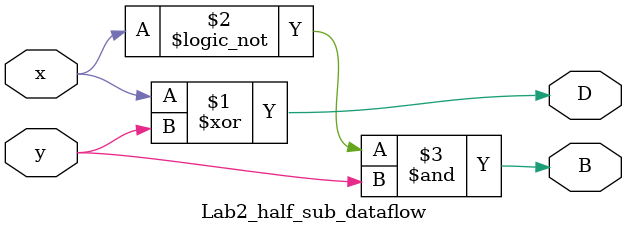
<source format=v>
module Lab2_half_sub_dataflow(D, B, x, y);
	output D, B;
	input x, y;
	assign D=x^y;
	assign B=(!x)&y;
endmodule

</source>
